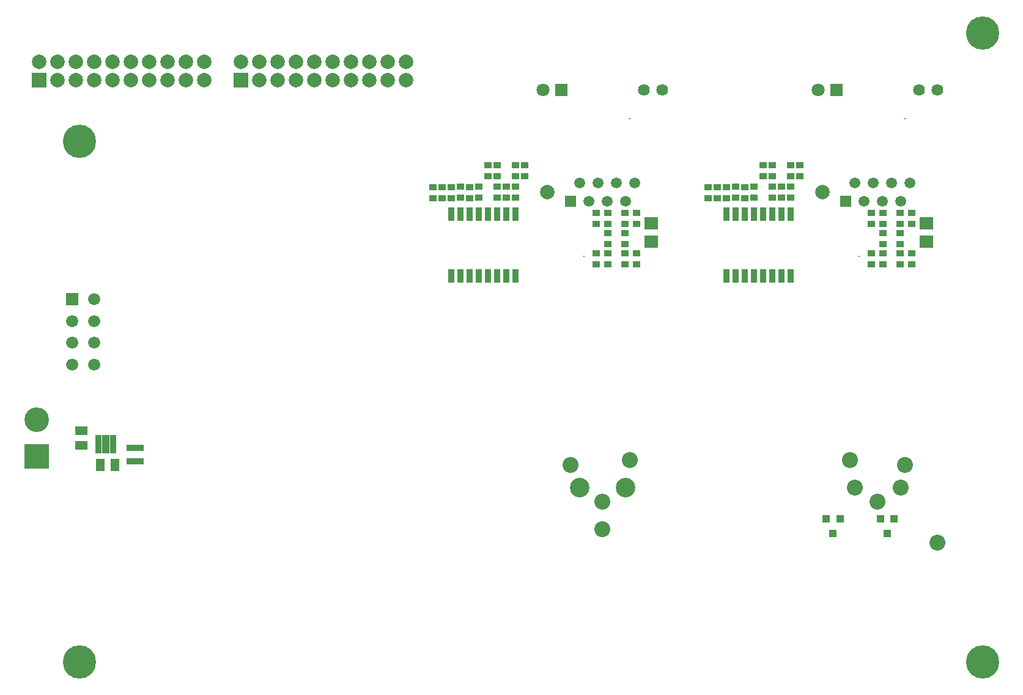
<source format=gbs>
G04*
G04 #@! TF.GenerationSoftware,Altium Limited,Altium Designer,24.5.2 (23)*
G04*
G04 Layer_Color=16711935*
%FSLAX44Y44*%
%MOMM*%
G71*
G04*
G04 #@! TF.SameCoordinates,BE5CC84F-6731-4C53-AAD9-C32198600D17*
G04*
G04*
G04 #@! TF.FilePolarity,Negative*
G04*
G01*
G75*
%ADD11C,0.1524*%
%ADD12C,1.6724*%
%ADD13R,1.6724X1.6724*%
%ADD14C,3.4032*%
%ADD15R,3.4032X3.4032*%
%ADD16C,2.2032*%
%ADD17C,2.7032*%
%ADD18R,1.5112X1.5112*%
%ADD19C,1.5112*%
%ADD20C,1.6256*%
%ADD21C,0.2032*%
%ADD22C,2.0032*%
%ADD23R,1.8032X1.8032*%
%ADD24C,1.8032*%
%ADD25C,4.6032*%
%ADD26R,2.0032X2.0032*%
%ADD64R,1.0090X0.8820*%
%ADD65R,1.0922X0.9652*%
%ADD66R,0.9632X1.8732*%
%ADD67R,1.9812X1.7272*%
%ADD68R,1.1560X1.6640*%
%ADD69R,0.9432X0.4732*%
%ADD70R,1.0432X2.6032*%
%ADD71R,1.6640X1.1560*%
%ADD72R,2.4032X0.8532*%
%ADD73R,1.0232X1.1232*%
D11*
X48236Y498028D02*
D03*
Y545028D02*
D03*
D12*
X121436Y476528D02*
D03*
Y506528D02*
D03*
Y536528D02*
D03*
Y566528D02*
D03*
X91436Y476528D02*
D03*
Y506528D02*
D03*
Y536528D02*
D03*
D13*
Y566528D02*
D03*
D14*
X41910Y400116D02*
D03*
D15*
Y349316D02*
D03*
D16*
X825300Y248550D02*
D03*
Y286650D02*
D03*
X863400Y343800D02*
D03*
X780850Y337450D02*
D03*
X1288850Y229500D02*
D03*
X1206300Y286650D02*
D03*
X1174550Y305700D02*
D03*
X1238050D02*
D03*
X1244400Y337450D02*
D03*
X1168200Y343800D02*
D03*
D17*
X857050Y305700D02*
D03*
X793550D02*
D03*
D18*
X780850Y702350D02*
D03*
X1161850D02*
D03*
D19*
X793550Y727750D02*
D03*
X806250Y702350D02*
D03*
X818950Y727750D02*
D03*
X831650Y702350D02*
D03*
X844350Y727750D02*
D03*
X857050Y702350D02*
D03*
X869750Y727750D02*
D03*
X1174550D02*
D03*
X1187250Y702350D02*
D03*
X1199950Y727750D02*
D03*
X1212650Y702350D02*
D03*
X1225350Y727750D02*
D03*
X1238050Y702350D02*
D03*
X1250750Y727750D02*
D03*
D20*
X908000Y856550D02*
D03*
X882600D02*
D03*
X1289000D02*
D03*
X1263600D02*
D03*
D21*
X863400Y816650D02*
D03*
X799900Y626150D02*
D03*
X1244400Y816650D02*
D03*
X1180900Y626150D02*
D03*
D22*
X749100Y715050D02*
D03*
X1130100D02*
D03*
X45456Y895245D02*
D03*
X70856Y869845D02*
D03*
Y895245D02*
D03*
X96256Y869845D02*
D03*
Y895245D02*
D03*
X121656Y869845D02*
D03*
Y895245D02*
D03*
X147056Y869845D02*
D03*
X147056Y895245D02*
D03*
X172456Y869845D02*
D03*
X172456Y895245D02*
D03*
X197856Y869845D02*
D03*
Y895245D02*
D03*
X223256Y869845D02*
D03*
Y895245D02*
D03*
X248656Y869845D02*
D03*
Y895245D02*
D03*
X274056Y869845D02*
D03*
X274056Y895245D02*
D03*
X553456D02*
D03*
X553456Y869845D02*
D03*
X528056Y895245D02*
D03*
Y869845D02*
D03*
X502656Y895245D02*
D03*
Y869845D02*
D03*
X477256Y895245D02*
D03*
Y869845D02*
D03*
X451856Y895245D02*
D03*
X451856Y869845D02*
D03*
X426456Y895245D02*
D03*
X426456Y869845D02*
D03*
X401056Y895245D02*
D03*
Y869845D02*
D03*
X375656Y895245D02*
D03*
Y869845D02*
D03*
X350256Y895245D02*
D03*
Y869845D02*
D03*
X324856Y895245D02*
D03*
D23*
X768000Y856550D02*
D03*
X1149000D02*
D03*
D24*
X742600D02*
D03*
X1123600D02*
D03*
D25*
X1351350Y935000D02*
D03*
Y65000D02*
D03*
X101350D02*
D03*
Y785000D02*
D03*
D26*
X45456Y869845D02*
D03*
X324856D02*
D03*
D64*
X1060730Y707108D02*
D03*
Y722348D02*
D03*
X1009930Y707108D02*
D03*
Y722348D02*
D03*
X1073430Y707108D02*
D03*
Y722348D02*
D03*
X1086130Y707108D02*
D03*
Y722348D02*
D03*
X628930D02*
D03*
Y707108D02*
D03*
X692430D02*
D03*
Y722348D02*
D03*
X679730Y707108D02*
D03*
Y722348D02*
D03*
X705130Y707108D02*
D03*
Y722348D02*
D03*
D65*
X1048030Y751955D02*
D03*
Y736715D02*
D03*
X590830Y706854D02*
D03*
Y722094D02*
D03*
X603530Y706854D02*
D03*
Y722094D02*
D03*
X856288Y642874D02*
D03*
Y658114D02*
D03*
X832412D02*
D03*
Y642874D02*
D03*
X1098830Y751955D02*
D03*
Y736715D02*
D03*
X1213412Y614934D02*
D03*
Y630174D02*
D03*
X1086130Y736715D02*
D03*
Y751955D02*
D03*
X1237288Y630174D02*
D03*
Y614934D02*
D03*
X1253250Y671068D02*
D03*
Y686308D02*
D03*
X1060692Y736715D02*
D03*
Y751955D02*
D03*
X971830Y706854D02*
D03*
Y722094D02*
D03*
X984530Y706854D02*
D03*
Y722094D02*
D03*
X1035330Y707108D02*
D03*
Y722348D02*
D03*
X1197450Y614934D02*
D03*
Y630174D02*
D03*
X1237288Y671068D02*
D03*
Y686308D02*
D03*
X997230Y706854D02*
D03*
Y722094D02*
D03*
X1253250Y614934D02*
D03*
Y630174D02*
D03*
X1022630Y706854D02*
D03*
Y722094D02*
D03*
X1197450Y671068D02*
D03*
Y686308D02*
D03*
X1213412Y642874D02*
D03*
Y658114D02*
D03*
Y671068D02*
D03*
Y686308D02*
D03*
X1237288Y642874D02*
D03*
Y658114D02*
D03*
X667030Y751955D02*
D03*
Y736715D02*
D03*
X654330Y707108D02*
D03*
Y722348D02*
D03*
X641630Y706854D02*
D03*
Y722094D02*
D03*
X616230Y706854D02*
D03*
Y722094D02*
D03*
X679692Y736715D02*
D03*
Y751955D02*
D03*
X705130Y736715D02*
D03*
Y751955D02*
D03*
X717830D02*
D03*
Y736715D02*
D03*
X872250Y614934D02*
D03*
Y630174D02*
D03*
X856288Y671068D02*
D03*
Y686308D02*
D03*
X872250Y671068D02*
D03*
Y686308D02*
D03*
X832412Y614934D02*
D03*
Y630174D02*
D03*
X856288D02*
D03*
Y614934D02*
D03*
X816450Y686308D02*
D03*
X832412D02*
D03*
X816450Y671068D02*
D03*
X832412D02*
D03*
X816450Y614934D02*
D03*
Y630174D02*
D03*
D66*
X997230Y599158D02*
D03*
X1009930Y599158D02*
D03*
X1022630Y599158D02*
D03*
X1035330D02*
D03*
X1048030D02*
D03*
X1060730D02*
D03*
X1073430Y599158D02*
D03*
X1086130Y599158D02*
D03*
Y684458D02*
D03*
X1073430Y684458D02*
D03*
X1060730Y684458D02*
D03*
X1048030D02*
D03*
X1035330D02*
D03*
X1022630D02*
D03*
X1009930Y684458D02*
D03*
X997230Y684458D02*
D03*
X616230Y599158D02*
D03*
X628930Y599158D02*
D03*
X641630Y599158D02*
D03*
X654330D02*
D03*
X667030D02*
D03*
X679730D02*
D03*
X692430Y599158D02*
D03*
X705130Y599158D02*
D03*
Y684458D02*
D03*
X692430Y684458D02*
D03*
X679730Y684458D02*
D03*
X667030D02*
D03*
X654330D02*
D03*
X641630D02*
D03*
X628930Y684458D02*
D03*
X616230Y684458D02*
D03*
D67*
X1273730Y671830D02*
D03*
Y646430D02*
D03*
X892730Y671830D02*
D03*
Y646430D02*
D03*
D68*
X130137Y337262D02*
D03*
X150457Y337262D02*
D03*
D69*
X127553Y356306D02*
D03*
Y361306D02*
D03*
Y366306D02*
D03*
Y371306D02*
D03*
Y376306D02*
D03*
X147453D02*
D03*
X147453Y371306D02*
D03*
X147453Y366306D02*
D03*
Y361306D02*
D03*
Y356306D02*
D03*
D70*
X137503Y366306D02*
D03*
D71*
X103512Y384674D02*
D03*
X103512Y364354D02*
D03*
D72*
X178188Y361328D02*
D03*
Y342328D02*
D03*
D73*
X1228980Y262730D02*
D03*
X1209980D02*
D03*
X1219480Y242730D02*
D03*
X1154050Y262730D02*
D03*
X1135050D02*
D03*
X1144550Y242730D02*
D03*
M02*

</source>
